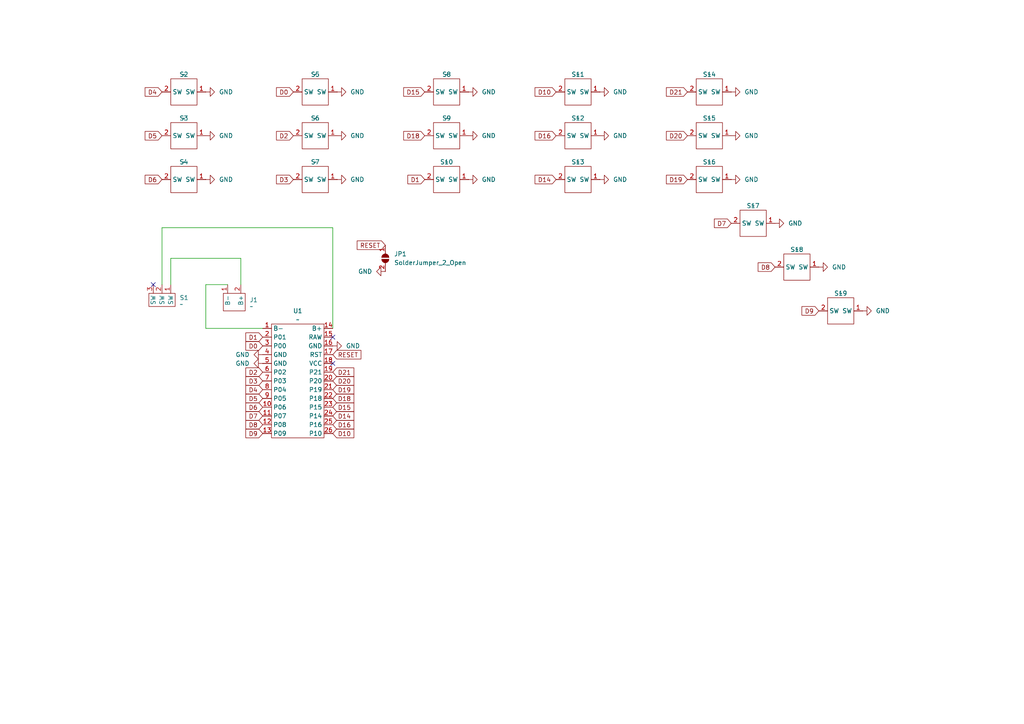
<source format=kicad_sch>
(kicad_sch (version 20231120) (generator "eeschema") (generator_version "8.0")
  (paper "A4")
  (lib_symbols
    (symbol "GND_8" (power) (pin_numbers hide) (pin_names (offset 0) hide)
      (property "Value" "GND" (at 0 -3.81 0))
      (symbol "GND_8_0_1"
        (polyline (pts (xy 0 0) (xy 0 -1.27) (xy 1.27 -1.27) (xy 0 -2.54) (xy -1.27 -1.27) (xy 0 -1.27)))
      )
      (symbol "GND_8_1_1"
        (pin power_in line (at 0 0 270) (length 0) (name "~") (number "1"))
      )
    )
    (symbol "Jumper:SolderJumper_2_Open" (pin_names (offset 0) hide)
      (property "Reference" "JP" (at 0 2.032 0))
      (property "Value" "SolderJumper_2_Open" (at 0 -2.54 0))
      (symbol "SolderJumper_2_Open_0_1"
        (arc (start -0.254 1.016) (mid -1.2656 0) (end -0.254 -1.016))
        (arc (start -0.254 1.016) (mid -1.2656 0) (end -0.254 -1.016) (fill (type outline)))
        (polyline (pts (xy -0.254 1.016) (xy -0.254 -1.016)))
        (polyline (pts (xy 0.254 1.016) (xy 0.254 -1.016)))
        (arc (start 0.254 -1.016) (mid 1.2656 0) (end 0.254 1.016))
        (arc (start 0.254 -1.016) (mid 1.2656 0) (end 0.254 1.016) (fill (type outline)))
      )
      (symbol "SolderJumper_2_Open_1_1"
        (pin passive line (at -3.81 0 0) (length 2.54) (name "A") (number "1"))
        (pin passive line (at 3.81 0 180) (length 2.54) (name "B") (number "2"))
      )
    )
    (symbol "marvin:bat-connector"
      (property "Reference" "J" (at 0 0 0))
      (symbol "bat-connector_0_1"
        (rectangle (start -2.54 7.62) (end 2.54 1.27))
      )
      (symbol "bat-connector_1_1"
        (pin bidirectional line (at 5.08 6.35 180) (length 2.54) (name "B-") (number "1"))
        (pin bidirectional line (at 5.08 2.54 180) (length 2.54) (name "B+") (number "2"))
      )
    )
    (symbol "marvin:nicenano"
      (property "Reference" "U" (at 0 -5.842 0))
      (symbol "nicenano_0_1"
        (rectangle (start -7.62 -3.81) (end 7.62 29.21))
      )
      (symbol "nicenano_1_1"
        (pin bidirectional line (at -10.16 27.94 0) (length 2.54) (name "B-") (number "1"))
        (pin bidirectional line (at -10.16 5.08 0) (length 2.54) (name "P06") (number "10"))
        (pin bidirectional line (at -10.16 2.54 0) (length 2.54) (name "P07") (number "11"))
        (pin bidirectional line (at -10.16 0 0) (length 2.54) (name "P08") (number "12"))
        (pin bidirectional line (at -10.16 -2.54 0) (length 2.54) (name "P09") (number "13"))
        (pin bidirectional line (at 10.16 27.94 180) (length 2.54) (name "B+") (number "14"))
        (pin bidirectional line (at 10.16 25.4 180) (length 2.54) (name "RAW") (number "15"))
        (pin bidirectional line (at 10.16 22.86 180) (length 2.54) (name "GND") (number "16"))
        (pin bidirectional line (at 10.16 20.32 180) (length 2.54) (name "RST") (number "17"))
        (pin bidirectional line (at 10.16 17.78 180) (length 2.54) (name "VCC") (number "18"))
        (pin bidirectional line (at 10.16 15.24 180) (length 2.54) (name "P21") (number "19"))
        (pin bidirectional line (at -10.16 25.4 0) (length 2.54) (name "P01") (number "2"))
        (pin bidirectional line (at 10.16 12.7 180) (length 2.54) (name "P20") (number "20"))
        (pin bidirectional line (at 10.16 10.16 180) (length 2.54) (name "P19") (number "21"))
        (pin bidirectional line (at 10.16 7.62 180) (length 2.54) (name "P18") (number "22"))
        (pin bidirectional line (at 10.16 5.08 180) (length 2.54) (name "P15") (number "23"))
        (pin bidirectional line (at 10.16 2.54 180) (length 2.54) (name "P14") (number "24"))
        (pin bidirectional line (at 10.16 0 180) (length 2.54) (name "P16") (number "25"))
        (pin bidirectional line (at 10.16 -2.54 180) (length 2.54) (name "P10") (number "26"))
        (pin bidirectional line (at -10.16 22.86 0) (length 2.54) (name "P00") (number "3"))
        (pin bidirectional line (at -10.16 20.32 0) (length 2.54) (name "GND") (number "4"))
        (pin bidirectional line (at -10.16 17.78 0) (length 2.54) (name "GND") (number "5"))
        (pin bidirectional line (at -10.16 15.24 0) (length 2.54) (name "P02") (number "6"))
        (pin bidirectional line (at -10.16 12.7 0) (length 2.54) (name "P03") (number "7"))
        (pin bidirectional line (at -10.16 10.16 0) (length 2.54) (name "P04") (number "8"))
        (pin bidirectional line (at -10.16 7.62 0) (length 2.54) (name "P05") (number "9"))
      )
    )
    (symbol "marvin:power-switch"
      (property "Reference" "S" (at 0 0 0))
      (symbol "power-switch_0_1"
        (rectangle (start -3.81 5.08) (end 3.81 1.27))
      )
      (symbol "power-switch_1_1"
        (pin passive line (at 2.54 7.62 270) (length 2.54) (name "SW") (number "1"))
        (pin passive line (at 0 7.62 270) (length 2.54) (name "SW") (number "2"))
        (pin passive line (at -2.54 7.62 270) (length 2.54) (name "SW") (number "3"))
      )
    )
    (symbol "marvin:switch-socket"
      (property "Reference" "S" (at 0 0 0))
      (symbol "switch-socket_0_1"
        (rectangle (start -3.81 8.89) (end 3.81 1.27))
      )
      (symbol "switch-socket_1_1"
        (pin passive line (at 6.35 5.08 180) (length 2.54) (name "SW") (number "1"))
        (pin passive line (at -6.35 5.08 0) (length 2.54) (name "SW") (number "2"))
      )
    )
    (symbol "power:GND" (power) (pin_numbers hide) (pin_names (offset 0) hide)
      (property "Value" "GND" (at 0 -3.81 0))
      (symbol "GND_0_1"
        (polyline (pts (xy 0 0) (xy 0 -1.27) (xy 1.27 -1.27) (xy 0 -2.54) (xy -1.27 -1.27) (xy 0 -1.27)))
      )
      (symbol "GND_1_1"
        (pin power_in line (at 0 0 270) (length 0) (name "~") (number "1"))
      )
    )
  )
  (no_connect (at 96.52 105.41))
  (no_connect (at 44.45 82.55))
  (no_connect (at 96.52 97.79))
  (wire (pts (xy 69.85 74.93) (xy 49.53 74.93)))
  (wire (pts (xy 46.99 66.04) (xy 46.99 82.55)))
  (wire (pts (xy 59.69 95.25) (xy 76.2 95.25)))
  (wire (pts (xy 46.99 66.04) (xy 96.52 66.04)))
  (wire (pts (xy 69.85 82.55) (xy 69.85 74.93)))
  (wire (pts (xy 66.04 82.55) (xy 59.69 82.55)))
  (wire (pts (xy 59.69 82.55) (xy 59.69 95.25)))
  (wire (pts (xy 96.52 66.04) (xy 96.52 95.25)))
  (wire (pts (xy 49.53 74.93) (xy 49.53 82.55)))
  (text "Marvin\n" (at 481.33 393.192 0) (effects (font (size 1.27 1.27))))
  (global_label "D20" (shape input) (at 96.52 110.49 0) (property "Intersheetrefs" "${INTERSHEET_REFS}" (effects (hide yes))))
  (global_label "D8" (shape input) (at 224.79 77.47 180) (property "Intersheetrefs" "${INTERSHEET_REFS}" (effects (hide yes))))
  (global_label "D20" (shape input) (at 199.39 39.37 180) (property "Intersheetrefs" "${INTERSHEET_REFS}" (effects (hide yes))))
  (global_label "D4" (shape input) (at 76.2 113.03 180) (property "Intersheetrefs" "${INTERSHEET_REFS}" (effects (hide yes))))
  (global_label "D8" (shape input) (at 76.2 123.19 180) (property "Intersheetrefs" "${INTERSHEET_REFS}" (effects (hide yes))))
  (global_label "D15" (shape input) (at 96.52 118.11 0) (property "Intersheetrefs" "${INTERSHEET_REFS}" (effects (hide yes))))
  (global_label "D10" (shape input) (at 96.52 125.73 0) (property "Intersheetrefs" "${INTERSHEET_REFS}" (effects (hide yes))))
  (global_label "D18" (shape input) (at 123.19 39.37 180) (property "Intersheetrefs" "${INTERSHEET_REFS}" (effects (hide yes))))
  (global_label "D21" (shape input) (at 199.39 26.67 180) (property "Intersheetrefs" "${INTERSHEET_REFS}" (effects (hide yes))))
  (global_label "D6" (shape input) (at 76.2 118.11 180) (property "Intersheetrefs" "${INTERSHEET_REFS}" (effects (hide yes))))
  (global_label "D19" (shape input) (at 96.52 113.03 0) (property "Intersheetrefs" "${INTERSHEET_REFS}" (effects (hide yes))))
  (global_label "D4" (shape input) (at 46.99 26.67 180) (property "Intersheetrefs" "${INTERSHEET_REFS}" (effects (hide yes))))
  (global_label "D16" (shape input) (at 96.52 123.19 0) (property "Intersheetrefs" "${INTERSHEET_REFS}" (effects (hide yes))))
  (global_label "D3" (shape input) (at 76.2 110.49 180) (property "Intersheetrefs" "${INTERSHEET_REFS}" (effects (hide yes))))
  (global_label "D7" (shape input) (at 76.2 120.65 180) (property "Intersheetrefs" "${INTERSHEET_REFS}" (effects (hide yes))))
  (global_label "D5" (shape input) (at 76.2 115.57 180) (property "Intersheetrefs" "${INTERSHEET_REFS}" (effects (hide yes))))
  (global_label "D2" (shape input) (at 85.09 39.37 180) (property "Intersheetrefs" "${INTERSHEET_REFS}" (effects (hide yes))))
  (global_label "D0" (shape input) (at 85.09 26.67 180) (property "Intersheetrefs" "${INTERSHEET_REFS}" (effects (hide yes))))
  (global_label "D10" (shape input) (at 161.29 26.67 180) (property "Intersheetrefs" "${INTERSHEET_REFS}" (effects (hide yes))))
  (global_label "D14" (shape input) (at 96.52 120.65 0) (property "Intersheetrefs" "${INTERSHEET_REFS}" (effects (hide yes))))
  (global_label "D18" (shape input) (at 96.52 115.57 0) (property "Intersheetrefs" "${INTERSHEET_REFS}" (effects (hide yes))))
  (global_label "D0" (shape input) (at 76.2 100.33 180) (property "Intersheetrefs" "${INTERSHEET_REFS}" (effects (hide yes))))
  (global_label "D1" (shape input) (at 123.19 52.07 180) (property "Intersheetrefs" "${INTERSHEET_REFS}" (effects (hide yes))))
  (global_label "D2" (shape input) (at 76.2 107.95 180) (property "Intersheetrefs" "${INTERSHEET_REFS}" (effects (hide yes))))
  (global_label "D9" (shape input) (at 237.49 90.17 180) (property "Intersheetrefs" "${INTERSHEET_REFS}" (effects (hide yes))))
  (global_label "D9" (shape input) (at 76.2 125.73 180) (property "Intersheetrefs" "${INTERSHEET_REFS}" (effects (hide yes))))
  (global_label "D14" (shape input) (at 161.29 52.07 180) (property "Intersheetrefs" "${INTERSHEET_REFS}" (effects (hide yes))))
  (global_label "D15" (shape input) (at 123.19 26.67 180) (property "Intersheetrefs" "${INTERSHEET_REFS}" (effects (hide yes))))
  (global_label "D5" (shape input) (at 46.99 39.37 180) (property "Intersheetrefs" "${INTERSHEET_REFS}" (effects (hide yes))))
  (global_label "D21" (shape input) (at 96.52 107.95 0) (property "Intersheetrefs" "${INTERSHEET_REFS}" (effects (hide yes))))
  (global_label "D19" (shape input) (at 199.39 52.07 180) (property "Intersheetrefs" "${INTERSHEET_REFS}" (effects (hide yes))))
  (global_label "D6" (shape input) (at 46.99 52.07 180) (property "Intersheetrefs" "${INTERSHEET_REFS}" (effects (hide yes))))
  (global_label "D7" (shape input) (at 212.09 64.77 180) (property "Intersheetrefs" "${INTERSHEET_REFS}" (effects (hide yes))))
  (global_label "D1" (shape input) (at 76.2 97.79 180) (property "Intersheetrefs" "${INTERSHEET_REFS}" (effects (hide yes))))
  (global_label "D16" (shape input) (at 161.29 39.37 180) (property "Intersheetrefs" "${INTERSHEET_REFS}" (effects (hide yes))))
  (global_label "D3" (shape input) (at 85.09 52.07 180) (property "Intersheetrefs" "${INTERSHEET_REFS}" (effects (hide yes))))
  (global_label "RESET" (shape input) (at 111.76 71.12 180) (property "Intersheetrefs" "${INTERSHEET_REFS}" (effects (hide yes))))
  (global_label "RESET" (shape input) (at 96.52 102.87 0) (property "Intersheetrefs" "${INTERSHEET_REFS}" (effects (hide yes))))
  (symbol (lib_id "power:GND") (at 173.99 26.67 90) (unit 1)
    (property "Reference" "#PWR019" (effects (hide yes)))
    (property "Value" "GND" (at 177.8 26.6699 90) (effects (justify right)))
    (property "Description" "Power symbol creates a global label with name \"GND\" , ground" (effects (hide yes)))
  )
  (symbol (lib_id "power:GND") (at 59.69 39.37 90) (unit 1)
    (property "Reference" "#PWR04" (effects (hide yes)))
    (property "Value" "GND" (at 63.5 39.3699 90) (effects (justify right)))
    (property "Description" "Power symbol creates a global label with name \"GND\" , ground" (effects (hide yes)))
  )
  (symbol (lib_id "power:GND") (at 76.2 105.41 270) (unit 1)
    (property "Reference" "#PWR08" (effects (hide yes)))
    (property "Value" "GND" (at 72.39 105.4099 90) (effects (justify right)))
    (property "Description" "Power symbol creates a global label with name \"GND\" , ground" (effects (hide yes)))
  )
  (symbol (lib_id "marvin:switch-socket") (at 53.34 31.75 0) (unit 1)
    (property "Reference" "S2" (at 53.34 21.59 0))
    (property "Value" "~" (at 53.34 21.59 0))
    (property "Footprint" "goos:switch-socket-kailh" (effects (hide yes)))
  )
  (symbol (lib_id "power:GND") (at 135.89 26.67 90) (unit 1)
    (property "Reference" "#PWR016" (effects (hide yes)))
    (property "Value" "GND" (at 139.7 26.6699 90) (effects (justify right)))
    (property "Description" "Power symbol creates a global label with name \"GND\" , ground" (effects (hide yes)))
  )
  (symbol (lib_id "power:GND") (at 212.09 52.07 90) (unit 1)
    (property "Reference" "#PWR024" (effects (hide yes)))
    (property "Value" "GND" (at 215.9 52.0699 90) (effects (justify right)))
    (property "Description" "Power symbol creates a global label with name \"GND\" , ground" (effects (hide yes)))
  )
  (symbol (lib_id "marvin:switch-socket") (at 243.84 95.25 0) (unit 1)
    (property "Reference" "S19" (at 243.84 85.09 0))
    (property "Value" "~" (at 243.84 85.09 0))
    (property "Footprint" "goos:switch-socket-kailh" (effects (hide yes)))
  )
  (symbol (lib_id "power:GND") (at 59.69 52.07 90) (unit 1)
    (property "Reference" "#PWR05" (effects (hide yes)))
    (property "Value" "GND" (at 63.5 52.0699 90) (effects (justify right)))
    (property "Description" "Power symbol creates a global label with name \"GND\" , ground" (effects (hide yes)))
  )
  (symbol (lib_id "marvin:switch-socket") (at 218.44 69.85 0) (unit 1)
    (property "Reference" "S17" (at 218.44 59.69 0))
    (property "Value" "~" (at 218.44 59.69 0))
    (property "Footprint" "goos:switch-socket-kailh" (effects (hide yes)))
  )
  (symbol (lib_name "GND_8") (lib_id "power:GND") (at 111.76 78.74 270) (unit 1)
    (property "Reference" "#PWR014" (effects (hide yes)))
    (property "Value" "GND" (at 107.95 78.7399 90) (effects (justify right)))
    (property "Description" "Power symbol creates a global label with name \"GND\" , ground" (effects (hide yes)))
  )
  (symbol (lib_id "power:GND") (at 237.49 77.47 90) (unit 1)
    (property "Reference" "#PWR026" (effects (hide yes)))
    (property "Value" "GND" (at 241.3 77.4699 90) (effects (justify right)))
    (property "Description" "Power symbol creates a global label with name \"GND\" , ground" (effects (hide yes)))
  )
  (symbol (lib_id "marvin:switch-socket") (at 205.74 31.75 0) (unit 1)
    (property "Reference" "S14" (at 205.74 21.59 0))
    (property "Value" "~" (at 205.74 21.59 0))
    (property "Footprint" "goos:switch-socket-kailh" (effects (hide yes)))
  )
  (symbol (lib_id "marvin:bat-connector") (at 72.39 87.63 90) (unit 1)
    (property "Reference" "J1" (at 72.39 86.9949 90) (effects (justify right)))
    (property "Value" "~" (at 72.39 88.9 90) (effects (justify right)))
    (property "Footprint" "goos:bat-connector" (effects (hide yes)))
  )
  (symbol (lib_id "marvin:switch-socket") (at 91.44 31.75 0) (unit 1)
    (property "Reference" "S5" (at 91.44 21.59 0))
    (property "Value" "~" (at 91.44 21.59 0))
    (property "Footprint" "goos:switch-socket-kailh" (effects (hide yes)))
  )
  (symbol (lib_id "marvin:switch-socket") (at 205.74 44.45 0) (unit 1)
    (property "Reference" "S15" (at 205.74 34.29 0))
    (property "Value" "~" (at 205.74 34.29 0))
    (property "Footprint" "goos:switch-socket-kailh" (effects (hide yes)))
  )
  (symbol (lib_id "marvin:switch-socket") (at 167.64 57.15 0) (unit 1)
    (property "Reference" "S13" (at 167.64 46.99 0))
    (property "Value" "~" (at 167.64 46.99 0))
    (property "Footprint" "goos:switch-socket-kailh" (effects (hide yes)))
  )
  (symbol (lib_id "power:GND") (at 173.99 39.37 90) (unit 1)
    (property "Reference" "#PWR020" (effects (hide yes)))
    (property "Value" "GND" (at 177.8 39.3699 90) (effects (justify right)))
    (property "Description" "Power symbol creates a global label with name \"GND\" , ground" (effects (hide yes)))
  )
  (symbol (lib_id "power:GND") (at 59.69 26.67 90) (unit 1)
    (property "Reference" "#PWR03" (effects (hide yes)))
    (property "Value" "GND" (at 63.5 26.6699 90) (effects (justify right)))
    (property "Description" "Power symbol creates a global label with name \"GND\" , ground" (effects (hide yes)))
  )
  (symbol (lib_id "power:GND") (at 173.99 52.07 90) (unit 1)
    (property "Reference" "#PWR021" (effects (hide yes)))
    (property "Value" "GND" (at 177.8 52.0699 90) (effects (justify right)))
    (property "Description" "Power symbol creates a global label with name \"GND\" , ground" (effects (hide yes)))
  )
  (symbol (lib_id "Jumper:SolderJumper_2_Open") (at 111.76 74.93 270) (unit 1)
    (property "Reference" "JP1" (at 114.3 73.6599 90) (effects (justify left)))
    (property "Value" "SolderJumper_2_Open" (at 114.3 76.1999 90) (effects (justify left)))
    (property "Footprint" "Jumper:SolderJumper-2_P1.3mm_Open_TrianglePad1.0x1.5mm" (effects (hide yes)))
    (property "Description" "Solder Jumper, 2-pole, open" (effects (hide yes)))
  )
  (symbol (lib_id "marvin:switch-socket") (at 53.34 57.15 0) (unit 1)
    (property "Reference" "S4" (at 53.34 46.99 0))
    (property "Value" "~" (at 53.34 46.99 0))
    (property "Footprint" "goos:switch-socket-kailh" (effects (hide yes)))
  )
  (symbol (lib_id "marvin:switch-socket") (at 231.14 82.55 0) (unit 1)
    (property "Reference" "S18" (at 231.14 72.39 0))
    (property "Value" "~" (at 231.14 72.39 0))
    (property "Footprint" "goos:switch-socket-kailh" (effects (hide yes)))
  )
  (symbol (lib_id "marvin:switch-socket") (at 205.74 57.15 0) (unit 1)
    (property "Reference" "S16" (at 205.74 46.99 0))
    (property "Value" "~" (at 205.74 46.99 0))
    (property "Footprint" "goos:switch-socket-kailh" (effects (hide yes)))
  )
  (symbol (lib_id "marvin:switch-socket") (at 167.64 31.75 0) (unit 1)
    (property "Reference" "S11" (at 167.64 21.59 0))
    (property "Value" "~" (at 167.64 21.59 0))
    (property "Footprint" "goos:switch-socket-kailh" (effects (hide yes)))
  )
  (symbol (lib_id "marvin:switch-socket") (at 129.54 57.15 0) (unit 1)
    (property "Reference" "S10" (at 129.54 46.99 0))
    (property "Value" "~" (at 129.54 46.99 0))
    (property "Footprint" "goos:switch-socket-kailh" (effects (hide yes)))
  )
  (symbol (lib_id "marvin:switch-socket") (at 129.54 31.75 0) (unit 1)
    (property "Reference" "S8" (at 129.54 21.59 0))
    (property "Value" "~" (at 129.54 21.59 0))
    (property "Footprint" "goos:switch-socket-kailh" (effects (hide yes)))
  )
  (symbol (lib_id "power:GND") (at 224.79 64.77 90) (unit 1)
    (property "Reference" "#PWR025" (effects (hide yes)))
    (property "Value" "GND" (at 228.6 64.7699 90) (effects (justify right)))
    (property "Description" "Power symbol creates a global label with name \"GND\" , ground" (effects (hide yes)))
  )
  (symbol (lib_id "marvin:switch-socket") (at 129.54 44.45 0) (unit 1)
    (property "Reference" "S9" (at 129.54 34.29 0))
    (property "Value" "~" (at 129.54 34.29 0))
    (property "Footprint" "goos:switch-socket-kailh" (effects (hide yes)))
  )
  (symbol (lib_id "power:GND") (at 250.19 90.17 90) (unit 1)
    (property "Reference" "#PWR027" (effects (hide yes)))
    (property "Value" "GND" (at 254 90.1699 90) (effects (justify right)))
    (property "Description" "Power symbol creates a global label with name \"GND\" , ground" (effects (hide yes)))
  )
  (symbol (lib_id "marvin:nicenano") (at 86.36 123.19 0) (unit 1)
    (property "Reference" "U1" (at 86.36 90.17 0))
    (property "Value" "~" (at 86.36 92.71 0))
    (property "Footprint" "goos:ProMicro" (effects (hide yes)))
  )
  (symbol (lib_id "marvin:switch-socket") (at 53.34 44.45 0) (unit 1)
    (property "Reference" "S3" (at 53.34 34.29 0))
    (property "Value" "~" (at 53.34 34.29 0))
    (property "Footprint" "goos:switch-socket-kailh" (effects (hide yes)))
  )
  (symbol (lib_id "marvin:switch-socket") (at 167.64 44.45 0) (unit 1)
    (property "Reference" "S12" (at 167.64 34.29 0))
    (property "Value" "~" (at 167.64 34.29 0))
    (property "Footprint" "goos:switch-socket-kailh" (effects (hide yes)))
  )
  (symbol (lib_id "marvin:power-switch") (at 46.99 90.17 0) (unit 1)
    (property "Reference" "S1" (at 52.07 86.3599 0) (effects (justify left)))
    (property "Value" "~" (at 52.07 88.265 0) (effects (justify left)))
    (property "Footprint" "goos:power-switch" (effects (hide yes)))
  )
  (symbol (lib_id "power:GND") (at 97.79 52.07 90) (unit 1)
    (property "Reference" "#PWR013" (effects (hide yes)))
    (property "Value" "GND" (at 101.6 52.0699 90) (effects (justify right)))
    (property "Description" "Power symbol creates a global label with name \"GND\" , ground" (effects (hide yes)))
  )
  (symbol (lib_id "power:GND") (at 97.79 39.37 90) (unit 1)
    (property "Reference" "#PWR012" (effects (hide yes)))
    (property "Value" "GND" (at 101.6 39.3699 90) (effects (justify right)))
    (property "Description" "Power symbol creates a global label with name \"GND\" , ground" (effects (hide yes)))
  )
  (symbol (lib_id "marvin:switch-socket") (at 91.44 44.45 0) (unit 1)
    (property "Reference" "S6" (at 91.44 34.29 0))
    (property "Value" "~" (at 91.44 34.29 0))
    (property "Footprint" "goos:switch-socket-kailh" (effects (hide yes)))
  )
  (symbol (lib_id "power:GND") (at 135.89 39.37 90) (unit 1)
    (property "Reference" "#PWR017" (effects (hide yes)))
    (property "Value" "GND" (at 139.7 39.3699 90) (effects (justify right)))
    (property "Description" "Power symbol creates a global label with name \"GND\" , ground" (effects (hide yes)))
  )
  (symbol (lib_id "marvin:switch-socket") (at 91.44 57.15 0) (unit 1)
    (property "Reference" "S7" (at 91.44 46.99 0))
    (property "Value" "~" (at 91.44 46.99 0))
    (property "Footprint" "goos:switch-socket-kailh" (effects (hide yes)))
  )
  (symbol (lib_id "power:GND") (at 97.79 26.67 90) (unit 1)
    (property "Reference" "#PWR011" (effects (hide yes)))
    (property "Value" "GND" (at 101.6 26.6699 90) (effects (justify right)))
    (property "Description" "Power symbol creates a global label with name \"GND\" , ground" (effects (hide yes)))
  )
  (symbol (lib_id "power:GND") (at 135.89 52.07 90) (unit 1)
    (property "Reference" "#PWR018" (effects (hide yes)))
    (property "Value" "GND" (at 139.7 52.0699 90) (effects (justify right)))
    (property "Description" "Power symbol creates a global label with name \"GND\" , ground" (effects (hide yes)))
  )
  (symbol (lib_id "power:GND") (at 96.52 100.33 90) (unit 1)
    (property "Reference" "#PWR09" (effects (hide yes)))
    (property "Value" "GND" (at 100.33 100.3299 90) (effects (justify right)))
    (property "Description" "Power symbol creates a global label with name \"GND\" , ground" (effects (hide yes)))
  )
  (symbol (lib_id "power:GND") (at 76.2 102.87 270) (unit 1)
    (property "Reference" "#PWR07" (effects (hide yes)))
    (property "Value" "GND" (at 72.39 102.8699 90) (effects (justify right)))
    (property "Description" "Power symbol creates a global label with name \"GND\" , ground" (effects (hide yes)))
  )
  (symbol (lib_id "power:GND") (at 212.09 39.37 90) (unit 1)
    (property "Reference" "#PWR023" (effects (hide yes)))
    (property "Value" "GND" (at 215.9 39.3699 90) (effects (justify right)))
    (property "Description" "Power symbol creates a global label with name \"GND\" , ground" (effects (hide yes)))
  )
  (symbol (lib_id "power:GND") (at 212.09 26.67 90) (unit 1)
    (property "Reference" "#PWR022" (effects (hide yes)))
    (property "Value" "GND" (at 215.9 26.6699 90) (effects (justify right)))
    (property "Description" "Power symbol creates a global label with name \"GND\" , ground" (effects (hide yes)))
  )
)
</source>
